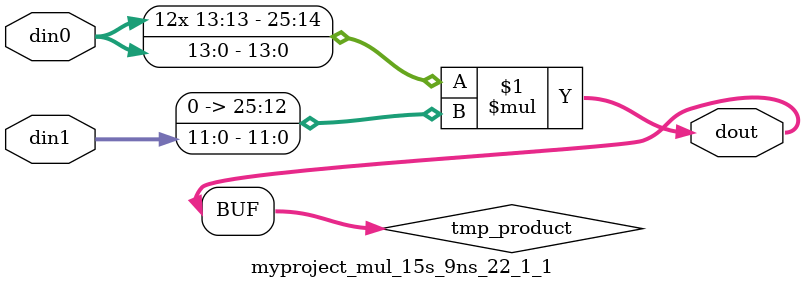
<source format=v>

`timescale 1 ns / 1 ps

 module myproject_mul_15s_9ns_22_1_1(din0, din1, dout);
parameter ID = 1;
parameter NUM_STAGE = 0;
parameter din0_WIDTH = 14;
parameter din1_WIDTH = 12;
parameter dout_WIDTH = 26;

input [din0_WIDTH - 1 : 0] din0; 
input [din1_WIDTH - 1 : 0] din1; 
output [dout_WIDTH - 1 : 0] dout;

wire signed [dout_WIDTH - 1 : 0] tmp_product;


























assign tmp_product = $signed(din0) * $signed({1'b0, din1});









assign dout = tmp_product;





















endmodule

</source>
